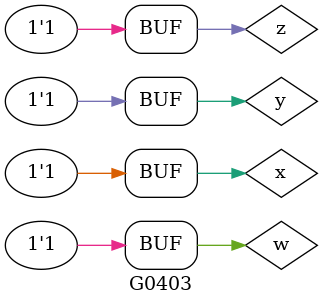
<source format=v>

module f1a (output a, input x,y,z);

	assign a = ( (~x&~y&z) | (x&~y&z) | (x&y&~z) | (x&y&z) );

endmodule // f1a

module f1b (output b, input x,y,z);

	assign b = ( (~x&y&~z) | (x&~y&z) | (x&y&~z) | (x&y&z) );

endmodule // f1b

module f1c (output c, input x,y,z,w);

	assign c = ( (~x&~y&~z&w) | (~x&~y&z&~w) | (~x&~y&z&w) | (~x&y&z&~w) | (~x&y&z&w) | (x&~y&z&w) | (x&y&z&w) );

endmodule	// f1c

module f1d (output d, input x,y,z,w);

	assign d = ( (~x&~y&~z&w) | (~x&~y&z&~w) | (~x&y&z&~w) | (x&~y&~z&~w) | (x&~y&z&~w) | (x&y&~z&~w) | (x&y&z&~w) );

endmodule // f1d

module f1e (output e, input x,y,z,w);

	assign e = ( (~x&~y&~z&~w) | (~x&~y&z&~w	) | (~x&y&~z&w) | (~x&y&z&w) | (x&~y&~z&~w) | (x&~y&z&w) );

endmodule // f1e

// Acoes
module G0403;

	// Definir dados
	reg x,y,z,w;
	wire a,b,c,d,e;

	// Operacoes
	f1a F1a (a, x,y,z);
	f1b F1b (b, x,y,z);
	f1c F1c (c, x,y,z,w);
	f1d F1d (d, x,y,z,w);
	f1e F1e (e, x,y,z,w);

	// Definir valores iniciais
	initial
		begin
	
			x = 1'b0;
			y = 1'b0;
			z = 1'b0;
			w = 1'b0;

		end

	initial
		begin : main

			$display ("\nG0403a -\n");

			$monitor ("%b %b %b = %b", x, y, z, a);
			#1 z = 1'b0;
			#1 z = 1'b1; 
			#1 z = 1'b0; y = 1'b1;
			#1 z = 1'b1; y = 1'b1;
			#1 z = 1'b0; y = 1'b0; x = 1'b1;
			#1 z = 1'b1; y = 1'b0; x = 1'b1;
			#1 z = 1'b0; y = 1'b1; x = 1'b1;
			#1 z = 1'b1; y = 1'b1; x = 1'b1;

			#15 $display ("\nG0403b -\n");

			#1 x = 1'b0; y = 1'b0; z = 1'b0;

			$monitor ("%b %b %b = %b", x, y, z, b);
			#1 z = 1'b0;
			#1 z = 1'b1; 
			#1 z = 1'b0; y = 1'b1;
			#1 z = 1'b1; y = 1'b1;
			#1 z = 1'b0; y = 1'b0; x = 1'b1;
			#1 z = 1'b1; y = 1'b0; x = 1'b1;
			#1 z = 1'b0; y = 1'b1; x = 1'b1;
			#1 z = 1'b1; y = 1'b1; x = 1'b1;

			#15 $display ("\nG0403c -\n");

			#1 x = 1'b0; y = 1'b0; z = 1'b0;

			$monitor ("%b %b %b %b = %b", x, y, z, w, c);
			#1 w = 1'b0;
			#1 w = 1'b1; 
			#1 w = 1'b0; z = 1'b1;
			#1 w = 1'b1; z = 1'b1;
			#1 w = 1'b0; z = 1'b0; y = 1'b1;
			#1 w = 1'b1; z = 1'b0; y = 1'b1;
			#1 w = 1'b0; z = 1'b1; y = 1'b1;
			#1 w = 1'b1; z = 1'b1; y = 1'b1;
			#1 w = 1'b0; z = 1'b0; y = 1'b0; x = 1'b1;
			#1 w = 1'b1; z = 1'b0; y = 1'b0; x = 1'b1;
			#1 w = 1'b0; z = 1'b1; y = 1'b0; x = 1'b1;
			#1 w = 1'b1; z = 1'b1; y = 1'b0; x = 1'b1;
			#1 w = 1'b0; z = 1'b0; y = 1'b1; x = 1'b1;
			#1 w = 1'b1; z = 1'b0; y = 1'b1; x = 1'b1;
			#1 w = 1'b0; z = 1'b1; y = 1'b1; x = 1'b1;
			#1 w = 1'b1; z = 1'b1; y = 1'b1; x = 1'b1;

			#15 $display ("\nG0403d -\n");

			#1 x = 1'b0; y = 1'b0; z = 1'b0; w = 1'b0;

			$monitor ("%b %b %b %b = %b", x, y, z, w, d);
			#1 w = 1'b0;
			#1 w = 1'b1; 
			#1 w = 1'b0; z = 1'b1;
			#1 w = 1'b1; z = 1'b1;
			#1 w = 1'b0; z = 1'b0; y = 1'b1;
			#1 w = 1'b1; z = 1'b0; y = 1'b1;
			#1 w = 1'b0; z = 1'b1; y = 1'b1;
			#1 w = 1'b1; z = 1'b1; y = 1'b1;
			#1 w = 1'b0; z = 1'b0; y = 1'b0; x = 1'b1;
			#1 w = 1'b1; z = 1'b0; y = 1'b0; x = 1'b1;
			#1 w = 1'b0; z = 1'b1; y = 1'b0; x = 1'b1;
			#1 w = 1'b1; z = 1'b1; y = 1'b0; x = 1'b1;
			#1 w = 1'b0; z = 1'b0; y = 1'b1; x = 1'b1;
			#1 w = 1'b1; z = 1'b0; y = 1'b1; x = 1'b1;
			#1 w = 1'b0; z = 1'b1; y = 1'b1; x = 1'b1;
			#1 w = 1'b1; z = 1'b1; y = 1'b1; x = 1'b1;

			#15 $display ("\nG0403e -\n");

			#1 x = 1'b0; y = 1'b0; z = 1'b0; w = 1'b0;

			$monitor ("%b %b %b %b = %b", x, y, z, w, e);
			#1 w = 1'b0;
			#1 w = 1'b1; 
			#1 w = 1'b0; z = 1'b1;
			#1 w = 1'b1; z = 1'b1;
			#1 w = 1'b0; z = 1'b0; y = 1'b1;
			#1 w = 1'b1; z = 1'b0; y = 1'b1;
			#1 w = 1'b0; z = 1'b1; y = 1'b1;
			#1 w = 1'b1; z = 1'b1; y = 1'b1;
			#1 w = 1'b0; z = 1'b0; y = 1'b0; x = 1'b1;
			#1 w = 1'b1; z = 1'b0; y = 1'b0; x = 1'b1;
			#1 w = 1'b0; z = 1'b1; y = 1'b0; x = 1'b1;
			#1 w = 1'b1; z = 1'b1; y = 1'b0; x = 1'b1;
			#1 w = 1'b0; z = 1'b0; y = 1'b1; x = 1'b1;
			#1 w = 1'b1; z = 1'b0; y = 1'b1; x = 1'b1;
			#1 w = 1'b0; z = 1'b1; y = 1'b1; x = 1'b1;
			#1 w = 1'b1; z = 1'b1; y = 1'b1; x = 1'b1;
		end // main

endmodule // G0403

</source>
